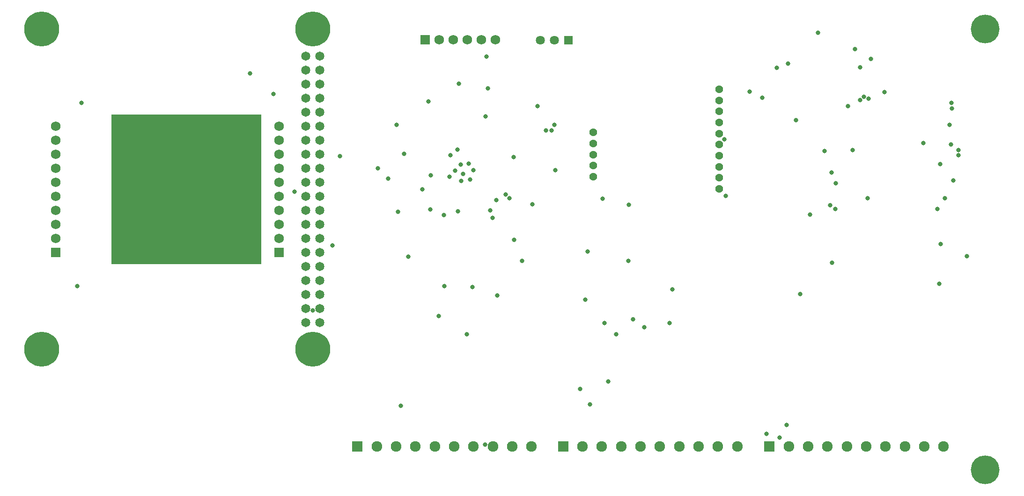
<source format=gbs>
G04*
G04 #@! TF.GenerationSoftware,Altium Limited,Altium Designer,20.0.13 (296)*
G04*
G04 Layer_Color=16711935*
%FSLAX25Y25*%
%MOIN*%
G70*
G01*
G75*
%ADD72C,0.06500*%
%ADD73C,0.24910*%
%ADD74C,0.20500*%
%ADD75R,1.06799X1.06799*%
%ADD76C,0.06799*%
%ADD77R,0.06799X0.06799*%
%ADD78R,0.06406X0.06406*%
%ADD79C,0.06406*%
%ADD80R,0.06799X0.06799*%
%ADD81R,0.07587X0.07587*%
%ADD82C,0.07587*%
%ADD83C,0.05618*%
%ADD84C,0.03256*%
D72*
X315000Y226000D02*
D03*
Y236000D02*
D03*
Y246000D02*
D03*
Y256000D02*
D03*
Y266000D02*
D03*
Y276000D02*
D03*
X305000Y226000D02*
D03*
Y236000D02*
D03*
Y246000D02*
D03*
Y256000D02*
D03*
Y266000D02*
D03*
Y276000D02*
D03*
X315000Y286000D02*
D03*
X305000D02*
D03*
X315000Y296000D02*
D03*
Y306000D02*
D03*
Y316000D02*
D03*
Y326000D02*
D03*
Y336000D02*
D03*
Y346000D02*
D03*
X305000Y296000D02*
D03*
Y306000D02*
D03*
Y316000D02*
D03*
Y326000D02*
D03*
Y336000D02*
D03*
Y346000D02*
D03*
X315000Y356000D02*
D03*
X305000D02*
D03*
X315000Y366000D02*
D03*
Y376000D02*
D03*
Y386000D02*
D03*
Y396000D02*
D03*
Y406000D02*
D03*
Y416000D02*
D03*
X305000Y366000D02*
D03*
Y376000D02*
D03*
Y386000D02*
D03*
Y396000D02*
D03*
Y406000D02*
D03*
Y416000D02*
D03*
D73*
X310000Y435173D02*
D03*
Y206827D02*
D03*
X117087D02*
D03*
Y435173D02*
D03*
D74*
X788583D02*
D03*
Y120866D02*
D03*
D75*
X220000Y321000D02*
D03*
D76*
X419843Y427559D02*
D03*
X399843D02*
D03*
X409843D02*
D03*
X429843D02*
D03*
X439843D02*
D03*
X286087Y366000D02*
D03*
Y356000D02*
D03*
Y326000D02*
D03*
Y306000D02*
D03*
Y286000D02*
D03*
Y296000D02*
D03*
Y316000D02*
D03*
Y336000D02*
D03*
Y346000D02*
D03*
X127031Y365961D02*
D03*
Y355961D02*
D03*
Y325961D02*
D03*
Y305961D02*
D03*
Y285961D02*
D03*
Y295961D02*
D03*
Y315961D02*
D03*
Y335961D02*
D03*
Y345961D02*
D03*
D77*
X389843Y427559D02*
D03*
D78*
X491890Y427165D02*
D03*
D79*
X481890D02*
D03*
X471890D02*
D03*
D80*
X286087Y276000D02*
D03*
X127031Y275961D02*
D03*
D81*
X635039Y137402D02*
D03*
X488189D02*
D03*
X341732D02*
D03*
D82*
X648819D02*
D03*
X662598D02*
D03*
X676378D02*
D03*
X690157D02*
D03*
X703937D02*
D03*
X717717D02*
D03*
X731496D02*
D03*
X745276D02*
D03*
X759055D02*
D03*
X501969D02*
D03*
X515748D02*
D03*
X529528D02*
D03*
X543307D02*
D03*
X557087D02*
D03*
X570866D02*
D03*
X584646D02*
D03*
X598425D02*
D03*
X612205D02*
D03*
X355512D02*
D03*
X369291D02*
D03*
X383071D02*
D03*
X396850D02*
D03*
X410630D02*
D03*
X424409D02*
D03*
X438189D02*
D03*
X451969D02*
D03*
X465748D02*
D03*
D83*
X509449Y361417D02*
D03*
Y353543D02*
D03*
Y345669D02*
D03*
Y337795D02*
D03*
Y329921D02*
D03*
X599213Y321260D02*
D03*
Y329134D02*
D03*
Y337008D02*
D03*
Y344882D02*
D03*
Y352756D02*
D03*
Y360630D02*
D03*
Y368504D02*
D03*
Y376378D02*
D03*
Y384252D02*
D03*
Y392126D02*
D03*
D84*
X503937Y242126D02*
D03*
X679504Y268504D02*
D03*
X657100Y246100D02*
D03*
X403200Y302400D02*
D03*
X145200Y382500D02*
D03*
X310000Y234600D02*
D03*
X372500Y166500D02*
D03*
X648150Y410400D02*
D03*
X744600Y353700D02*
D03*
X640354Y407554D02*
D03*
X356400Y336000D02*
D03*
X621000Y390400D02*
D03*
X407400Y329900D02*
D03*
X296800Y319200D02*
D03*
X507300Y167500D02*
D03*
X399700Y230400D02*
D03*
X393661Y306600D02*
D03*
X466400Y310200D02*
D03*
X520400Y183800D02*
D03*
X403661Y252000D02*
D03*
X423661Y251300D02*
D03*
X453400Y285000D02*
D03*
X438000Y300400D02*
D03*
X441300Y245100D02*
D03*
X436200Y306000D02*
D03*
X387900Y320900D02*
D03*
X378100Y272800D02*
D03*
X142400Y251900D02*
D03*
X421000Y339278D02*
D03*
X421817Y328000D02*
D03*
X482531Y334500D02*
D03*
X424400D02*
D03*
X764400Y353007D02*
D03*
X699600Y384400D02*
D03*
X763400Y366700D02*
D03*
X702264Y386831D02*
D03*
X765800Y327300D02*
D03*
X664023Y302722D02*
D03*
X759831Y314400D02*
D03*
X705100D02*
D03*
X416800Y331900D02*
D03*
X516298Y314200D02*
D03*
X538100Y228200D02*
D03*
X647203Y152800D02*
D03*
X370600Y304900D02*
D03*
X535100Y309900D02*
D03*
X566000Y249600D02*
D03*
X602800Y356600D02*
D03*
X375000Y346100D02*
D03*
X564100Y225500D02*
D03*
X517600D02*
D03*
X265200Y403500D02*
D03*
X669500Y432400D02*
D03*
X475900Y363000D02*
D03*
X369600Y367000D02*
D03*
X329200Y344400D02*
D03*
X481900Y366949D02*
D03*
X412920Y349300D02*
D03*
X363700Y328500D02*
D03*
X432500Y138700D02*
D03*
X479935Y362900D02*
D03*
X415761Y326900D02*
D03*
X679134Y332800D02*
D03*
X756900Y282000D02*
D03*
X682300Y325100D02*
D03*
X432972Y372800D02*
D03*
X392300Y383400D02*
D03*
X695932Y420700D02*
D03*
X413900Y396200D02*
D03*
X434700Y392900D02*
D03*
X449900Y314521D02*
D03*
X699705Y408000D02*
D03*
X546000Y222600D02*
D03*
X632800Y146400D02*
D03*
X642321Y143900D02*
D03*
X526000Y217400D02*
D03*
X470000Y380100D02*
D03*
X678400Y309400D02*
D03*
X681800Y306800D02*
D03*
X754700D02*
D03*
X694134Y349000D02*
D03*
X654100Y370300D02*
D03*
X413400Y305200D02*
D03*
X440600Y313100D02*
D03*
X604100Y316100D02*
D03*
X629921Y386200D02*
D03*
X775600Y273200D02*
D03*
X756000Y253600D02*
D03*
X419600Y217400D02*
D03*
X500300Y178600D02*
D03*
X281800Y388900D02*
D03*
X505700Y276400D02*
D03*
X407800Y345200D02*
D03*
X452900Y344000D02*
D03*
X705623Y385600D02*
D03*
X764900Y378600D02*
D03*
X769678Y349000D02*
D03*
X716800Y390200D02*
D03*
X764500Y382600D02*
D03*
X690900Y380300D02*
D03*
X756500Y338900D02*
D03*
X769600Y345100D02*
D03*
X674134Y348100D02*
D03*
X411378Y334222D02*
D03*
X447400Y317300D02*
D03*
X458900Y269700D02*
D03*
X534500D02*
D03*
X393800Y330906D02*
D03*
X415122Y338378D02*
D03*
X433600Y415600D02*
D03*
X707200Y413800D02*
D03*
X324100Y280700D02*
D03*
M02*

</source>
